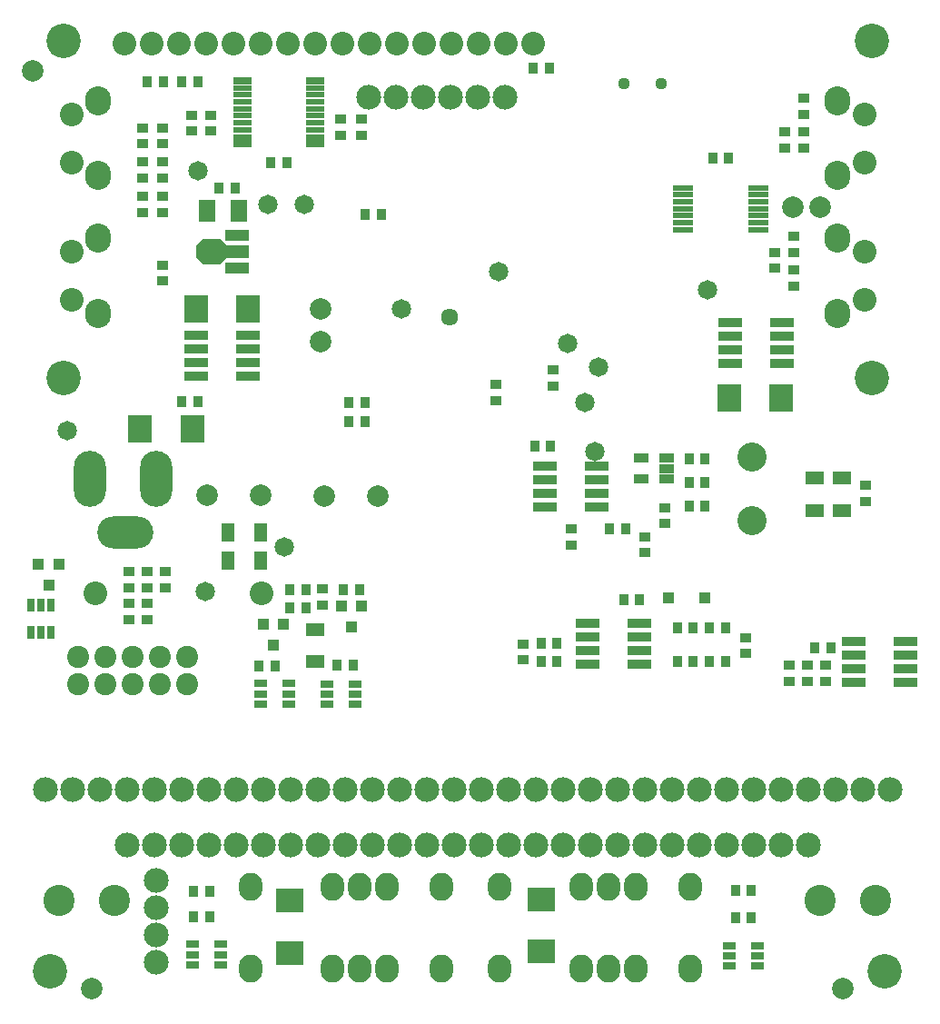
<source format=gbs>
G04 Layer_Color=16711935*
%FSAX25Y25*%
%MOIN*%
G70*
G01*
G75*
%ADD82R,0.04370X0.03189*%
%ADD85R,0.03976X0.04370*%
%ADD86R,0.03189X0.04370*%
%ADD91R,0.02795X0.04764*%
%ADD94R,0.09094X0.03189*%
%ADD99C,0.07874*%
%ADD100C,0.11457*%
%ADD101C,0.09094*%
%ADD102C,0.08701*%
%ADD103C,0.10669*%
%ADD104C,0.08110*%
%ADD105O,0.08701X0.10276*%
%ADD106O,0.20512X0.11850*%
%ADD107O,0.11850X0.20512*%
%ADD108C,0.07913*%
%ADD109O,0.09488X0.10669*%
%ADD110C,0.04370*%
%ADD111C,0.12638*%
%ADD113R,0.07323X0.02402*%
%ADD114R,0.05945X0.07913*%
%ADD115R,0.08701X0.04370*%
%ADD116R,0.08701X0.04606*%
%ADD117R,0.07126X0.02520*%
%ADD118R,0.07126X0.02323*%
%ADD119R,0.07126X0.05158*%
%ADD120R,0.08701X0.09882*%
%ADD121R,0.04764X0.02795*%
%ADD122R,0.04370X0.03976*%
%ADD123R,0.09882X0.08701*%
%ADD124R,0.05551X0.03189*%
%ADD125R,0.05551X0.03583*%
%ADD126R,0.05158X0.07126*%
%ADD127C,0.07126*%
%ADD128C,0.06339*%
G36*
X0078263Y0283147D02*
X0078305Y0283138D01*
X0078316Y0283136D01*
X0078367Y0283119D01*
X0078416Y0283095D01*
X0078443Y0283077D01*
X0078461Y0283065D01*
X0078502Y0283029D01*
X0081002Y0280529D01*
X0081037Y0280488D01*
X0081067Y0280443D01*
X0081091Y0280395D01*
X0081095Y0280384D01*
X0081109Y0280343D01*
X0081119Y0280290D01*
X0081123Y0280236D01*
Y0276457D01*
X0081119Y0276403D01*
X0081111Y0276360D01*
X0081109Y0276349D01*
X0081091Y0276298D01*
X0081067Y0276250D01*
X0081049Y0276222D01*
X0081037Y0276204D01*
X0081002Y0276164D01*
X0078502Y0273664D01*
X0078461Y0273628D01*
X0078416Y0273598D01*
X0078367Y0273574D01*
X0078357Y0273570D01*
X0078316Y0273556D01*
X0078263Y0273546D01*
X0078209Y0273542D01*
X0072579D01*
X0072525Y0273546D01*
X0072482Y0273554D01*
X0072471Y0273556D01*
X0072420Y0273574D01*
X0072372Y0273598D01*
X0072345Y0273616D01*
X0072326Y0273628D01*
X0072286Y0273664D01*
X0069786Y0276164D01*
X0069750Y0276204D01*
X0069720Y0276250D01*
X0069696Y0276298D01*
X0069692Y0276308D01*
X0069679Y0276349D01*
X0069668Y0276403D01*
X0069665Y0276457D01*
Y0280236D01*
X0069668Y0280290D01*
X0069677Y0280333D01*
X0069679Y0280343D01*
X0069696Y0280395D01*
X0069720Y0280443D01*
X0069738Y0280470D01*
X0069750Y0280488D01*
X0069786Y0280529D01*
X0072286Y0283029D01*
X0072326Y0283065D01*
X0072372Y0283095D01*
X0072420Y0283119D01*
X0072431Y0283122D01*
X0072471Y0283136D01*
X0072525Y0283147D01*
X0072579Y0283151D01*
X0078209D01*
X0078263Y0283147D01*
D02*
G37*
D82*
X0050000Y0311221D02*
D03*
Y0305315D02*
D03*
X0057480Y0305248D02*
D03*
Y0311154D02*
D03*
X0292543Y0328776D02*
D03*
Y0334681D02*
D03*
X0289000Y0278094D02*
D03*
Y0284000D02*
D03*
X0057480Y0317913D02*
D03*
Y0323819D02*
D03*
X0050000Y0298622D02*
D03*
Y0292717D02*
D03*
X0285543Y0322181D02*
D03*
Y0316276D02*
D03*
X0281890Y0278150D02*
D03*
Y0272244D02*
D03*
X0050000Y0317913D02*
D03*
Y0323819D02*
D03*
X0057480Y0298654D02*
D03*
Y0292748D02*
D03*
X0292543Y0322181D02*
D03*
Y0316276D02*
D03*
X0289000Y0271500D02*
D03*
Y0265594D02*
D03*
X0200787Y0234842D02*
D03*
Y0228937D02*
D03*
X0179528Y0229724D02*
D03*
Y0223819D02*
D03*
X0287402Y0126575D02*
D03*
Y0120669D02*
D03*
X0122835Y0321063D02*
D03*
Y0326969D02*
D03*
X0130315Y0321063D02*
D03*
Y0326969D02*
D03*
X0075000Y0328394D02*
D03*
Y0322488D02*
D03*
X0068000Y0328394D02*
D03*
Y0322488D02*
D03*
X0116142Y0148622D02*
D03*
Y0154528D02*
D03*
X0207480Y0170669D02*
D03*
Y0176575D02*
D03*
X0051772Y0161024D02*
D03*
Y0155118D02*
D03*
X0234252Y0173819D02*
D03*
Y0167913D02*
D03*
X0058465Y0160925D02*
D03*
Y0155020D02*
D03*
X0045079Y0143307D02*
D03*
Y0149213D02*
D03*
Y0155118D02*
D03*
Y0161024D02*
D03*
X0294094Y0126575D02*
D03*
Y0120669D02*
D03*
X0300787Y0126575D02*
D03*
Y0120669D02*
D03*
X0057480Y0267520D02*
D03*
Y0273425D02*
D03*
X0271260Y0136811D02*
D03*
Y0130905D02*
D03*
X0051772Y0143307D02*
D03*
Y0149213D02*
D03*
X0315354Y0186811D02*
D03*
Y0192717D02*
D03*
X0189764Y0134449D02*
D03*
Y0128543D02*
D03*
X0241732Y0184449D02*
D03*
Y0178543D02*
D03*
D85*
X0126772Y0140551D02*
D03*
X0130512Y0148425D02*
D03*
X0123031D02*
D03*
X0015551Y0155905D02*
D03*
X0019291Y0163779D02*
D03*
X0011811D02*
D03*
X0098032Y0133858D02*
D03*
X0101772Y0141732D02*
D03*
X0094291D02*
D03*
D86*
X0265158Y0312598D02*
D03*
X0259252D02*
D03*
X0102953Y0310941D02*
D03*
X0097047D02*
D03*
X0123819Y0154331D02*
D03*
X0129724D02*
D03*
X0226575Y0150787D02*
D03*
X0232480D02*
D03*
X0131693Y0292126D02*
D03*
X0137598D02*
D03*
X0125787Y0216142D02*
D03*
X0131693D02*
D03*
Y0222835D02*
D03*
X0125787D02*
D03*
X0064370Y0340551D02*
D03*
X0070276D02*
D03*
X0051772D02*
D03*
X0057677D02*
D03*
X0296654Y0133071D02*
D03*
X0302559D02*
D03*
X0273429Y0034130D02*
D03*
X0267524D02*
D03*
X0074606Y0034252D02*
D03*
X0068701D02*
D03*
X0267524Y0044130D02*
D03*
X0273429D02*
D03*
X0068701Y0043701D02*
D03*
X0074606D02*
D03*
X0199409Y0345669D02*
D03*
X0193504D02*
D03*
X0196260Y0134646D02*
D03*
X0202165D02*
D03*
Y0127953D02*
D03*
X0196260D02*
D03*
X0246260D02*
D03*
X0252165D02*
D03*
X0246260Y0140157D02*
D03*
X0252165D02*
D03*
X0258071Y0127953D02*
D03*
X0263976D02*
D03*
X0258071Y0140157D02*
D03*
X0263976D02*
D03*
X0127362Y0126772D02*
D03*
X0121457D02*
D03*
X0098622Y0126378D02*
D03*
X0092716D02*
D03*
X0104134Y0154331D02*
D03*
X0110039D02*
D03*
X0084055Y0301575D02*
D03*
X0078150D02*
D03*
X0064370Y0223228D02*
D03*
X0070276D02*
D03*
X0227362Y0176772D02*
D03*
X0221457D02*
D03*
X0193898Y0207087D02*
D03*
X0199803D02*
D03*
X0256496Y0185039D02*
D03*
X0250590D02*
D03*
X0256496Y0202362D02*
D03*
X0250590D02*
D03*
Y0193701D02*
D03*
X0256496D02*
D03*
X0104134Y0147638D02*
D03*
X0110039D02*
D03*
D91*
X0008858Y0148819D02*
D03*
X0012598D02*
D03*
X0016339D02*
D03*
Y0138583D02*
D03*
X0008858D02*
D03*
X0012598D02*
D03*
D94*
X0088583Y0247657D02*
D03*
Y0242657D02*
D03*
Y0237657D02*
D03*
Y0232658D02*
D03*
X0069685Y0247657D02*
D03*
Y0242657D02*
D03*
Y0237657D02*
D03*
Y0232658D02*
D03*
X0284646Y0252382D02*
D03*
Y0247382D02*
D03*
Y0242382D02*
D03*
Y0237382D02*
D03*
X0265748Y0252382D02*
D03*
Y0247382D02*
D03*
Y0242382D02*
D03*
Y0237382D02*
D03*
X0311024Y0120453D02*
D03*
Y0125453D02*
D03*
Y0130453D02*
D03*
Y0135453D02*
D03*
X0329921Y0120453D02*
D03*
Y0125453D02*
D03*
Y0130453D02*
D03*
Y0135453D02*
D03*
X0213386Y0127146D02*
D03*
Y0132146D02*
D03*
Y0137146D02*
D03*
Y0142146D02*
D03*
X0232283Y0127146D02*
D03*
Y0132146D02*
D03*
Y0137146D02*
D03*
Y0142146D02*
D03*
X0216535Y0199626D02*
D03*
Y0194626D02*
D03*
Y0189626D02*
D03*
Y0184626D02*
D03*
X0197638Y0199626D02*
D03*
Y0194626D02*
D03*
Y0189626D02*
D03*
Y0184626D02*
D03*
D99*
X0031496Y0007874D02*
D03*
X0307087D02*
D03*
X0009843Y0344488D02*
D03*
D100*
X0298819Y0040157D02*
D03*
X0318898D02*
D03*
X0039567D02*
D03*
X0019488D02*
D03*
D101*
X0183150Y0335039D02*
D03*
X0173150D02*
D03*
X0163150D02*
D03*
X0153150D02*
D03*
X0143150D02*
D03*
X0133150D02*
D03*
X0055118Y0017677D02*
D03*
Y0027677D02*
D03*
Y0037677D02*
D03*
Y0047677D02*
D03*
X0074213Y0060681D02*
D03*
X0064213D02*
D03*
X0054213D02*
D03*
X0044213D02*
D03*
X0084213D02*
D03*
X0094213D02*
D03*
X0104213D02*
D03*
X0114213D02*
D03*
X0124213D02*
D03*
X0134213D02*
D03*
X0144213D02*
D03*
X0154213D02*
D03*
X0164213D02*
D03*
X0174213D02*
D03*
X0184213D02*
D03*
X0194213D02*
D03*
X0204213D02*
D03*
X0214213D02*
D03*
X0224213D02*
D03*
X0234213D02*
D03*
X0244213D02*
D03*
X0254213D02*
D03*
X0264213D02*
D03*
X0274213D02*
D03*
X0284213D02*
D03*
X0294213D02*
D03*
X0044213Y0081102D02*
D03*
X0034213D02*
D03*
X0024213D02*
D03*
X0014213D02*
D03*
X0054213D02*
D03*
X0064213D02*
D03*
X0074213D02*
D03*
X0084213D02*
D03*
X0094213D02*
D03*
X0104213D02*
D03*
X0114213D02*
D03*
X0124213D02*
D03*
X0134213D02*
D03*
X0144213D02*
D03*
X0154213D02*
D03*
X0164213D02*
D03*
X0174213D02*
D03*
X0184213D02*
D03*
X0194213D02*
D03*
X0204213D02*
D03*
X0214213D02*
D03*
X0224213D02*
D03*
X0234213D02*
D03*
X0244213D02*
D03*
X0254213D02*
D03*
X0264213D02*
D03*
X0274213D02*
D03*
X0284213D02*
D03*
X0294213D02*
D03*
X0304213D02*
D03*
X0314213D02*
D03*
X0324213D02*
D03*
D102*
X0032677Y0153150D02*
D03*
X0093701D02*
D03*
X0315000Y0278299D02*
D03*
Y0260583D02*
D03*
Y0328799D02*
D03*
Y0311083D02*
D03*
X0024000Y0260583D02*
D03*
Y0278299D02*
D03*
Y0311083D02*
D03*
Y0328799D02*
D03*
X0043307Y0354724D02*
D03*
X0053307D02*
D03*
X0063307D02*
D03*
X0073307D02*
D03*
X0083307D02*
D03*
X0093307D02*
D03*
X0103307D02*
D03*
X0113307D02*
D03*
X0123307D02*
D03*
X0133307D02*
D03*
X0143307D02*
D03*
X0153307D02*
D03*
X0163307D02*
D03*
X0173307D02*
D03*
X0183307D02*
D03*
X0193307D02*
D03*
D103*
X0273622Y0179528D02*
D03*
Y0203150D02*
D03*
D104*
X0036299Y0119685D02*
D03*
Y0129685D02*
D03*
X0056299D02*
D03*
Y0119685D02*
D03*
X0046299Y0129685D02*
D03*
Y0119685D02*
D03*
X0066299D02*
D03*
Y0129685D02*
D03*
X0026299Y0119685D02*
D03*
Y0129685D02*
D03*
D105*
X0181114Y0045343D02*
D03*
X0211114D02*
D03*
X0221114D02*
D03*
X0231114D02*
D03*
X0251114D02*
D03*
Y0015343D02*
D03*
X0231114D02*
D03*
X0221114D02*
D03*
X0211114D02*
D03*
X0181114D02*
D03*
X0089713Y0045342D02*
D03*
X0119713D02*
D03*
X0129713D02*
D03*
X0139713D02*
D03*
X0159713D02*
D03*
Y0015342D02*
D03*
X0139713D02*
D03*
X0129713D02*
D03*
X0119713D02*
D03*
X0089713D02*
D03*
D106*
X0043701Y0175197D02*
D03*
D107*
X0055118Y0194882D02*
D03*
X0030709D02*
D03*
D108*
X0298819Y0294488D02*
D03*
X0288819D02*
D03*
X0115354Y0257480D02*
D03*
Y0245472D02*
D03*
X0073622Y0188976D02*
D03*
X0093307D02*
D03*
X0116535Y0188583D02*
D03*
X0136221D02*
D03*
D109*
X0305157Y0283221D02*
D03*
Y0255661D02*
D03*
Y0333720D02*
D03*
Y0306161D02*
D03*
X0033843Y0255661D02*
D03*
Y0283221D02*
D03*
Y0306161D02*
D03*
Y0333720D02*
D03*
D110*
X0226610Y0340035D02*
D03*
X0240390D02*
D03*
D111*
X0317717Y0355512D02*
D03*
X0020866D02*
D03*
Y0231890D02*
D03*
X0317717D02*
D03*
X0322441Y0014173D02*
D03*
X0016142D02*
D03*
D113*
X0276083Y0301772D02*
D03*
Y0299213D02*
D03*
Y0296654D02*
D03*
Y0294094D02*
D03*
Y0291535D02*
D03*
Y0288976D02*
D03*
Y0286417D02*
D03*
X0248327Y0301772D02*
D03*
Y0299213D02*
D03*
Y0296654D02*
D03*
Y0294094D02*
D03*
Y0291535D02*
D03*
Y0288976D02*
D03*
Y0286417D02*
D03*
D114*
X0073622Y0293307D02*
D03*
X0085433D02*
D03*
D115*
X0084646Y0272441D02*
D03*
Y0284252D02*
D03*
D116*
Y0278346D02*
D03*
D117*
X0113386Y0341055D02*
D03*
Y0317827D02*
D03*
X0086614Y0341055D02*
D03*
Y0317827D02*
D03*
D118*
X0113386Y0338398D02*
D03*
Y0335839D02*
D03*
Y0333279D02*
D03*
Y0330720D02*
D03*
Y0328161D02*
D03*
Y0325602D02*
D03*
Y0323043D02*
D03*
Y0320484D02*
D03*
X0086614Y0338398D02*
D03*
Y0335839D02*
D03*
Y0333279D02*
D03*
Y0330720D02*
D03*
Y0328161D02*
D03*
Y0325602D02*
D03*
Y0323043D02*
D03*
Y0320484D02*
D03*
D119*
X0113386Y0127953D02*
D03*
Y0139764D02*
D03*
X0296850Y0195276D02*
D03*
Y0183465D02*
D03*
X0306693Y0195276D02*
D03*
Y0183465D02*
D03*
D120*
X0088740Y0257480D02*
D03*
X0069528D02*
D03*
X0284409Y0224803D02*
D03*
X0265197D02*
D03*
X0068268Y0213386D02*
D03*
X0049055D02*
D03*
D121*
X0117717Y0112205D02*
D03*
Y0115945D02*
D03*
Y0119685D02*
D03*
X0127953D02*
D03*
Y0112205D02*
D03*
Y0115945D02*
D03*
X0093307Y0112402D02*
D03*
Y0116142D02*
D03*
Y0119882D02*
D03*
X0103543D02*
D03*
Y0112402D02*
D03*
Y0116142D02*
D03*
X0078740Y0020472D02*
D03*
Y0016732D02*
D03*
Y0024213D02*
D03*
X0068504D02*
D03*
Y0020472D02*
D03*
Y0016732D02*
D03*
X0275590Y0020079D02*
D03*
Y0016339D02*
D03*
Y0023819D02*
D03*
X0265354D02*
D03*
Y0020079D02*
D03*
Y0016339D02*
D03*
D122*
X0242913Y0151181D02*
D03*
X0256299D02*
D03*
D123*
X0196457Y0021496D02*
D03*
Y0040709D02*
D03*
X0103937Y0021102D02*
D03*
Y0040315D02*
D03*
D124*
X0242520Y0202559D02*
D03*
Y0198819D02*
D03*
Y0195079D02*
D03*
D125*
X0233071D02*
D03*
Y0202559D02*
D03*
D126*
X0081496Y0175197D02*
D03*
X0093307D02*
D03*
X0081496Y0164961D02*
D03*
X0093307D02*
D03*
D127*
X0212205Y0222835D02*
D03*
X0257480Y0264173D02*
D03*
X0073032Y0153543D02*
D03*
X0216142Y0205118D02*
D03*
X0101969Y0170079D02*
D03*
X0070472Y0307874D02*
D03*
X0096063Y0295669D02*
D03*
X0109449D02*
D03*
X0144882Y0257480D02*
D03*
X0180709Y0270866D02*
D03*
X0205906Y0244488D02*
D03*
X0217323Y0235827D02*
D03*
X0022441Y0212598D02*
D03*
D128*
X0162598Y0254331D02*
D03*
M02*

</source>
